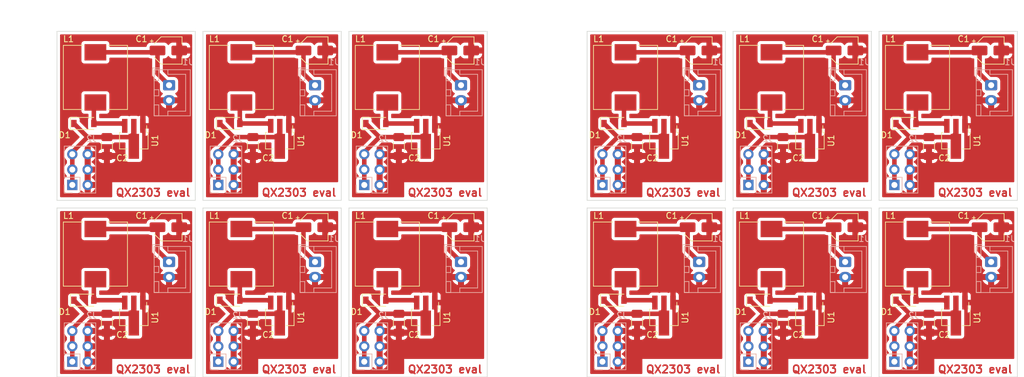
<source format=kicad_pcb>
(kicad_pcb (version 20211014) (generator pcbnew)

  (general
    (thickness 1.6)
  )

  (paper "A5")
  (title_block
    (title "QX2303L50E breakout")
    (date "2024-10-12")
    (rev "0.2")
    (company "Yavook!de")
  )

  (layers
    (0 "F.Cu" signal)
    (31 "B.Cu" signal)
    (32 "B.Adhes" user "B.Adhesive")
    (33 "F.Adhes" user "F.Adhesive")
    (34 "B.Paste" user)
    (35 "F.Paste" user)
    (36 "B.SilkS" user "B.Silkscreen")
    (37 "F.SilkS" user "F.Silkscreen")
    (38 "B.Mask" user)
    (39 "F.Mask" user)
    (40 "Dwgs.User" user "User.Drawings")
    (41 "Cmts.User" user "User.Comments")
    (42 "Eco1.User" user "User.Eco1")
    (43 "Eco2.User" user "User.Eco2")
    (44 "Edge.Cuts" user)
    (45 "Margin" user)
    (46 "B.CrtYd" user "B.Courtyard")
    (47 "F.CrtYd" user "F.Courtyard")
    (48 "B.Fab" user)
    (49 "F.Fab" user)
    (50 "User.1" user "Nutzer.1")
    (51 "User.2" user "Nutzer.2")
    (52 "User.3" user "Nutzer.3")
    (53 "User.4" user "Nutzer.4")
    (54 "User.5" user "Nutzer.5")
    (55 "User.6" user "Nutzer.6")
    (56 "User.7" user "Nutzer.7")
    (57 "User.8" user "Nutzer.8")
    (58 "User.9" user "Nutzer.9")
  )

  (setup
    (stackup
      (layer "F.SilkS" (type "Top Silk Screen"))
      (layer "F.Paste" (type "Top Solder Paste"))
      (layer "F.Mask" (type "Top Solder Mask") (thickness 0.01))
      (layer "F.Cu" (type "copper") (thickness 0.035))
      (layer "dielectric 1" (type "core") (thickness 1.51) (material "FR4") (epsilon_r 4.5) (loss_tangent 0.02))
      (layer "B.Cu" (type "copper") (thickness 0.035))
      (layer "B.Mask" (type "Bottom Solder Mask") (thickness 0.01))
      (layer "B.Paste" (type "Bottom Solder Paste"))
      (layer "B.SilkS" (type "Bottom Silk Screen"))
      (copper_finish "None")
      (dielectric_constraints no)
    )
    (pad_to_mask_clearance 0)
    (pcbplotparams
      (layerselection 0x0000080_7ffffffe)
      (disableapertmacros false)
      (usegerberextensions false)
      (usegerberattributes true)
      (usegerberadvancedattributes true)
      (creategerberjobfile true)
      (svguseinch false)
      (svgprecision 6)
      (excludeedgelayer false)
      (plotframeref true)
      (viasonmask false)
      (mode 1)
      (useauxorigin false)
      (hpglpennumber 1)
      (hpglpenspeed 20)
      (hpglpendiameter 15.000000)
      (dxfpolygonmode true)
      (dxfimperialunits true)
      (dxfusepcbnewfont true)
      (psnegative false)
      (psa4output false)
      (plotreference false)
      (plotvalue false)
      (plotinvisibletext false)
      (sketchpadsonfab false)
      (subtractmaskfromsilk false)
      (outputformat 4)
      (mirror true)
      (drillshape 1)
      (scaleselection 1)
      (outputdirectory "")
    )
  )

  (net 0 "")
  (net 1 "GND")
  (net 2 "+5V")
  (net 3 "Net-(D1-Pad2)")
  (net 4 "+BATT")

  (footprint "Inductor_SMD:L_10.4x10.4_H4.8" (layer "F.Cu") (at 31.75 33.02 -90))

  (footprint "Package_TO_SOT_SMD:SOT-89-3_Handsoldering" (layer "F.Cu") (at 38.1 72.39 -90))

  (footprint "Diode_SMD:D_SOD-123" (layer "F.Cu") (at 78.105 69.85))

  (footprint "Package_TO_SOT_SMD:SOT-89-3_Handsoldering" (layer "F.Cu") (at 149.86 43.18 -90))

  (footprint "Capacitor_SMD:CP_Elec_4x5.4" (layer "F.Cu") (at 92.075 28.575))

  (footprint "Capacitor_SMD:CP_Elec_4x5.4" (layer "F.Cu") (at 179.705 57.785))

  (footprint "Capacitor_SMD:C_1206_3216Metric_Pad1.33x1.80mm_HandSolder" (layer "F.Cu") (at 81.915 73.66 -90))

  (footprint "Package_TO_SOT_SMD:SOT-89-3_Handsoldering" (layer "F.Cu") (at 149.86 72.39 -90))

  (footprint "Diode_SMD:D_SOD-123" (layer "F.Cu") (at 78.105 40.64))

  (footprint "Package_TO_SOT_SMD:SOT-89-3_Handsoldering" (layer "F.Cu") (at 86.36 43.18 -90))

  (footprint "Package_TO_SOT_SMD:SOT-89-3_Handsoldering" (layer "F.Cu") (at 38.1 43.18 -90))

  (footprint "Capacitor_SMD:CP_Elec_4x5.4" (layer "F.Cu") (at 67.945 57.785))

  (footprint "Package_TO_SOT_SMD:SOT-89-3_Handsoldering" (layer "F.Cu") (at 173.99 43.18 -90))

  (footprint "Package_TO_SOT_SMD:SOT-89-3_Handsoldering" (layer "F.Cu") (at 62.23 72.39 -90))

  (footprint "Diode_SMD:D_SOD-123" (layer "F.Cu") (at 117.475 69.85))

  (footprint "Capacitor_SMD:C_1206_3216Metric_Pad1.33x1.80mm_HandSolder" (layer "F.Cu") (at 169.545 73.66 -90))

  (footprint "Inductor_SMD:L_10.4x10.4_H4.8" (layer "F.Cu") (at 143.51 62.23 -90))

  (footprint "Inductor_SMD:L_10.4x10.4_H4.8" (layer "F.Cu") (at 55.88 62.23 -90))

  (footprint "Inductor_SMD:L_10.4x10.4_H4.8" (layer "F.Cu") (at 80.01 33.02 -90))

  (footprint "Capacitor_SMD:C_1206_3216Metric_Pad1.33x1.80mm_HandSolder" (layer "F.Cu") (at 57.785 44.45 -90))

  (footprint "Capacitor_SMD:CP_Elec_4x5.4" (layer "F.Cu") (at 179.705 28.575))

  (footprint "Diode_SMD:D_SOD-123" (layer "F.Cu") (at 141.605 40.64))

  (footprint "Inductor_SMD:L_10.4x10.4_H4.8" (layer "F.Cu") (at 80.01 62.23 -90))

  (footprint "Capacitor_SMD:C_1206_3216Metric_Pad1.33x1.80mm_HandSolder" (layer "F.Cu") (at 169.545 44.45 -90))

  (footprint "Diode_SMD:D_SOD-123" (layer "F.Cu") (at 165.735 69.85))

  (footprint "Capacitor_SMD:CP_Elec_4x5.4" (layer "F.Cu") (at 67.945 28.575))

  (footprint "Package_TO_SOT_SMD:SOT-89-3_Handsoldering" (layer "F.Cu") (at 173.99 72.39 -90))

  (footprint "Diode_SMD:D_SOD-123" (layer "F.Cu") (at 29.845 40.64))

  (footprint "Inductor_SMD:L_10.4x10.4_H4.8" (layer "F.Cu") (at 143.51 33.02 -90))

  (footprint "Inductor_SMD:L_10.4x10.4_H4.8" (layer "F.Cu") (at 119.38 33.02 -90))

  (footprint "Inductor_SMD:L_10.4x10.4_H4.8" (layer "F.Cu") (at 31.75 62.23 -90))

  (footprint "Package_TO_SOT_SMD:SOT-89-3_Handsoldering" (layer "F.Cu") (at 62.23 43.18 -90))

  (footprint "Package_TO_SOT_SMD:SOT-89-3_Handsoldering" (layer "F.Cu") (at 125.73 43.18 -90))

  (footprint "Diode_SMD:D_SOD-123" (layer "F.Cu") (at 141.605 69.85))

  (footprint "Package_TO_SOT_SMD:SOT-89-3_Handsoldering" (layer "F.Cu") (at 86.36 72.39 -90))

  (footprint "Diode_SMD:D_SOD-123" (layer "F.Cu") (at 165.735 40.64))

  (footprint "Diode_SMD:D_SOD-123" (layer "F.Cu") (at 53.975 40.64))

  (footprint "Capacitor_SMD:C_1206_3216Metric_Pad1.33x1.80mm_HandSolder" (layer "F.Cu") (at 145.415 73.66 -90))

  (footprint "Inductor_SMD:L_10.4x10.4_H4.8" (layer "F.Cu") (at 119.38 62.23 -90))

  (footprint "Capacitor_SMD:C_1206_3216Metric_Pad1.33x1.80mm_HandSolder" (layer "F.Cu") (at 81.915 44.45 -90))

  (footprint "Diode_SMD:D_SOD-123" (layer "F.Cu") (at 29.845 69.85))

  (footprint "Capacitor_SMD:CP_Elec_4x5.4" (layer "F.Cu") (at 43.815 28.575))

  (footprint "Capacitor_SMD:C_1206_3216Metric_Pad1.33x1.80mm_HandSolder" (layer "F.Cu") (at 145.415 44.45 -90))

  (footprint "Capacitor_SMD:C_1206_3216Metric_Pad1.33x1.80mm_HandSolder" (layer "F.Cu") (at 121.285 44.45 -90))

  (footprint "Capacitor_SMD:CP_Elec_4x5.4" (layer "F.Cu") (at 92.075 57.785))

  (footprint "Inductor_SMD:L_10.4x10.4_H4.8" (layer "F.Cu") (at 167.64 33.02 -90))

  (footprint "Capacitor_SMD:C_1206_3216Metric_Pad1.33x1.80mm_HandSolder" (layer "F.Cu") (at 57.785 73.66 -90))

  (footprint "Capacitor_SMD:CP_Elec_4x5.4" (layer "F.Cu") (at 155.575 28.575))

  (footprint "Capacitor_SMD:CP_Elec_4x5.4" (layer "F.Cu") (at 155.575 57.785))

  (footprint "Diode_SMD:D_SOD-123" (layer "F.Cu") (at 117.475 40.64))

  (footprint "Capacitor_SMD:C_1206_3216Metric_Pad1.33x1.80mm_HandSolder" (layer "F.Cu")
    (tedit 5F68FEEF) (tstamp c86669e0-9a5b-4074-ad71-542d3ac6afa4)
    (at 33.655 73.66 -90)
    (descr "Capacitor SMD 1206 (3216 Metric), square (rectangular) end terminal, IPC_7351 nominal with elongated pad for handsoldering. (Body size source: IPC-SM-782 page 76, https://www.pcb-3d.com/wordpress/wp-content/uploads/ipc-sm-782a_amendment_1_and_2.pdf), generated with kicad-footprint-generator")
    (tags "capacitor handsolder")
    (property "Sheetfile" "QX2303L50E-breakout.kic
... [609395 chars truncated]
</source>
